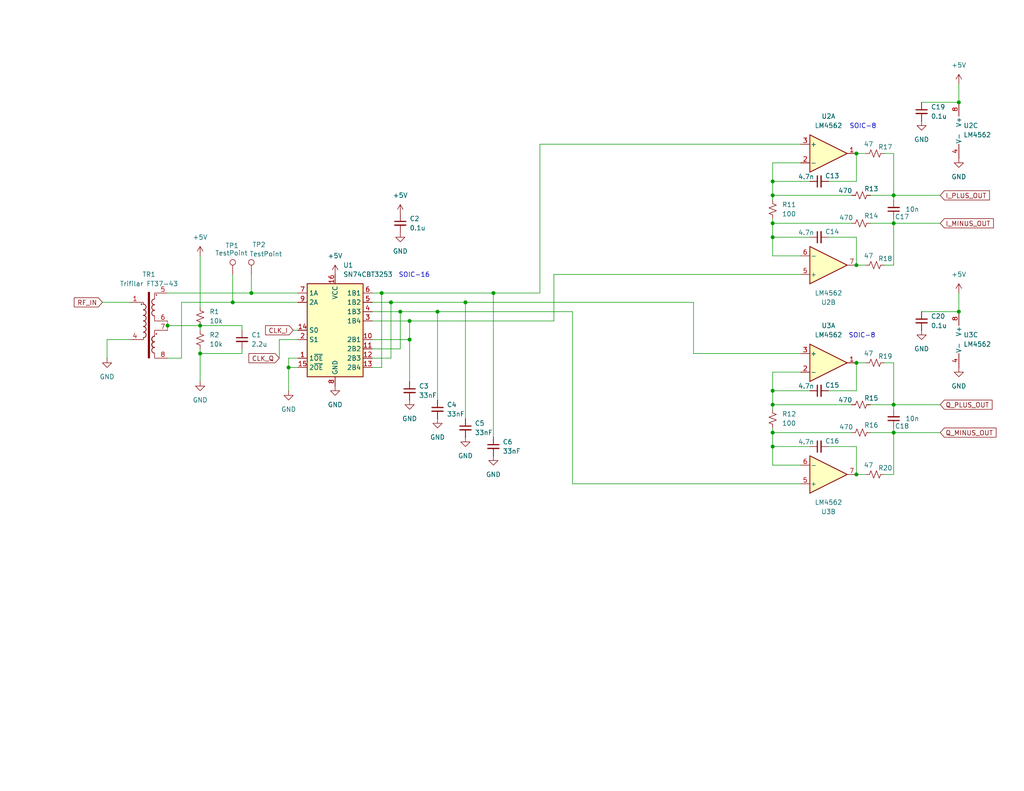
<source format=kicad_sch>
(kicad_sch (version 20231120) (generator "eeschema") (generator_version "8.0")
  (paper "USLetter")
  (title_block (title "Quadrature TX/RX Board") (date "2025-02-16") (rev "1") (company "Bruce MacKinnon KC1FSZ") (comment 1 "Copyright (C) Bruce MacKinnon, 2025") (comment 2 "NOT FOR COMMERCIAL USE"))
  (lib_symbols
    (symbol "Amplifier_Operational:LM4562" (pin_names (offset 0.127))
      (property "Reference" "U" (at 0 5.08 0))
      (property "Value" "LM4562" (at 0 -5.08 0))
      (symbol "LM4562_1_1"
        (polyline (pts (xy -5.08 5.08) (xy 5.08 0) (xy -5.08 -5.08) (xy -5.08 5.08)) (stroke (width 0.254)) (fill (type background)))
        (pin output line (at 7.62 0 180) (length 2.54) (name "~") (number "1"))
        (pin input line (at -7.62 -2.54 0) (length 2.54) (name "-") (number "2"))
        (pin input line (at -7.62 2.54 0) (length 2.54) (name "+") (number "3"))
      )
      (symbol "LM4562_2_1"
        (polyline (pts (xy -5.08 5.08) (xy 5.08 0) (xy -5.08 -5.08) (xy -5.08 5.08)) (stroke (width 0.254)) (fill (type background)))
        (pin input line (at -7.62 2.54 0) (length 2.54) (name "+") (number "5"))
        (pin input line (at -7.62 -2.54 0) (length 2.54) (name "-") (number "6"))
        (pin output line (at 7.62 0 180) (length 2.54) (name "~") (number "7"))
      )
      (symbol "LM4562_3_1"
        (pin power_in line (at -2.54 -7.62 90) (length 3.81) (name "V-") (number "4"))
        (pin power_in line (at -2.54 7.62 270) (length 3.81) (name "V+") (number "8"))
      )
    )
    (symbol "Analog_Switch:SN74CBT3253"
      (property "Reference" "U" (at -7.62 13.97 0))
      (property "Value" "SN74CBT3253" (at -11.43 -13.97 0))
      (symbol "SN74CBT3253_0_1"
        (rectangle (start -7.62 12.7) (end 7.62 -12.7) (stroke (width 0.254)) (fill (type background)))
        (rectangle (start 7.62 -12.7) (end 7.62 -12.7))
      )
      (symbol "SN74CBT3253_1_1"
        (pin input line (at -10.16 -7.62 0) (length 2.54) (name "1~{OE}") (number "1"))
        (pin bidirectional line (at 10.16 -2.54 180) (length 2.54) (name "2B1") (number "10"))
        (pin bidirectional line (at 10.16 -5.08 180) (length 2.54) (name "2B2") (number "11"))
        (pin bidirectional line (at 10.16 -7.62 180) (length 2.54) (name "2B3") (number "12"))
        (pin bidirectional line (at 10.16 -10.16 180) (length 2.54) (name "2B4") (number "13"))
        (pin input line (at -10.16 0 0) (length 2.54) (name "S0") (number "14"))
        (pin input line (at -10.16 -10.16 0) (length 2.54) (name "2~{OE}") (number "15"))
        (pin power_in line (at 0 15.24 270) (length 2.54) (name "VCC") (number "16"))
        (pin input line (at -10.16 -2.54 0) (length 2.54) (name "S1") (number "2"))
        (pin bidirectional line (at 10.16 2.54 180) (length 2.54) (name "1B4") (number "3"))
        (pin bidirectional line (at 10.16 5.08 180) (length 2.54) (name "1B3") (number "4"))
        (pin bidirectional line (at 10.16 7.62 180) (length 2.54) (name "1B2") (number "5"))
        (pin bidirectional line (at 10.16 10.16 180) (length 2.54) (name "1B1") (number "6"))
        (pin bidirectional line (at -10.16 10.16 0) (length 2.54) (name "1A") (number "7"))
        (pin power_in line (at 0 -15.24 90) (length 2.54) (name "GND") (number "8"))
        (pin bidirectional line (at -10.16 7.62 0) (length 2.54) (name "2A") (number "9"))
      )
    )
    (symbol "Connector:TestPoint" (pin_numbers hide) (pin_names (offset 0.762) hide)
      (property "Reference" "TP" (at 0 6.858 0))
      (property "Value" "TestPoint" (at 0 5.08 0))
      (symbol "TestPoint_0_1"
        (circle (center 0 3.302) (radius 0.762))
      )
      (symbol "TestPoint_1_1"
        (pin passive line (at 0 0 90) (length 2.54) (name "1") (number "1"))
      )
    )
    (symbol "Device:C_Small" (pin_numbers hide) (pin_names (offset 0.254) hide)
      (property "Reference" "C" (at 0.254 1.778 0))
      (property "Value" "C_Small" (at 0.254 -2.032 0))
      (symbol "C_Small_0_1"
        (polyline (pts (xy -1.524 -0.508) (xy 1.524 -0.508)) (stroke (width 0.3302)))
        (polyline (pts (xy -1.524 0.508) (xy 1.524 0.508)) (stroke (width 0.3048)))
      )
      (symbol "C_Small_1_1"
        (pin passive line (at 0 2.54 270) (length 2.032) (name "~") (number "1"))
        (pin passive line (at 0 -2.54 90) (length 2.032) (name "~") (number "2"))
      )
    )
    (symbol "Device:R_Small_US" (pin_numbers hide) (pin_names (offset 0.254) hide)
      (property "Reference" "R" (at 0.762 0.508 0))
      (property "Value" "R_Small_US" (at 0.762 -1.016 0))
      (symbol "R_Small_US_1_1"
        (polyline (pts (xy 0 0) (xy 1.016 -0.381) (xy 0 -0.762) (xy -1.016 -1.143) (xy 0 -1.524)))
        (polyline (pts (xy 0 1.524) (xy 1.016 1.143) (xy 0 0.762) (xy -1.016 0.381) (xy 0 0)))
        (pin passive line (at 0 2.54 270) (length 1.016) (name "~") (number "1"))
        (pin passive line (at 0 -2.54 90) (length 1.016) (name "~") (number "2"))
      )
    )
    (symbol "Transformer:TEZ0.5-D-2" (pin_names (offset 0.0254))
      (property "Reference" "TR" (at 0 8.89 0))
      (property "Value" "TEZ0.5-D-2" (at 0 -11.43 0))
      (symbol "TEZ0.5-D-2_0_1"
        (circle (center -2.032 4.572) (radius 0.127))
        (arc (start -1.524 -4.572) (mid -0.7653 -3.81) (end -1.524 -3.048) (stroke (width 0.2032)))
        (arc (start -1.524 -3.048) (mid -0.7653 -2.286) (end -1.524 -1.524) (stroke (width 0.2032)))
        (arc (start -1.524 -1.524) (mid -0.7653 -0.762) (end -1.524 0) (stroke (width 0.2032)))
        (arc (start -1.524 0) (mid -0.7653 0.762) (end -1.524 1.524) (stroke (width 0.2032)))
        (arc (start -1.524 1.524) (mid -0.7653 2.286) (end -1.524 3.048) (stroke (width 0.2032)))
        (arc (start -1.524 3.048) (mid -0.7653 3.81) (end -1.524 4.572) (stroke (width 0.2032)))
        (rectangle (start -0.254 7.874) (end 0.254 -10.16) (stroke (width 0.0254)) (fill (type outline)))
        (polyline (pts (xy -1.524 -4.572) (xy -1.524 -5.08) (xy -2.54 -5.08)))
        (polyline (pts (xy -1.524 4.572) (xy -1.524 5.08) (xy -2.54 5.08)))
        (polyline (pts (xy 1.524 -8.89) (xy 1.524 -10.16) (xy 2.54 -10.16)))
        (polyline (pts (xy 2.54 -2.54) (xy 1.524 -2.54) (xy 1.524 -4.064)))
        (polyline (pts (xy 2.54 0) (xy 1.524 0) (xy 1.524 1.27)))
        (polyline (pts (xy 2.54 7.62) (xy 1.524 7.62) (xy 1.524 6.096)))
        (arc (start 1.524 -7.239) (mid 0.7653 -8.001) (end 1.524 -8.763) (stroke (width 0.2032)))
        (arc (start 1.524 -5.715) (mid 0.7653 -6.477) (end 1.524 -7.239) (stroke (width 0.2032)))
        (arc (start 1.524 -5.715) (mid 0.7653 -6.477) (end 1.524 -7.239) (stroke (width 0.2032)))
        (arc (start 1.524 -4.191) (mid 0.7653 -4.953) (end 1.524 -5.715) (stroke (width 0.2032)))
        (arc (start 1.524 -4.191) (mid 0.7653 -4.953) (end 1.524 -5.715) (stroke (width 0.2032)))
        (arc (start 1.524 2.921) (mid 0.7653 2.159) (end 1.524 1.397) (stroke (width 0.2032)))
        (arc (start 1.524 4.445) (mid 0.7653 3.683) (end 1.524 2.921) (stroke (width 0.2032)))
        (arc (start 1.524 5.969) (mid 0.7653 5.207) (end 1.524 4.445) (stroke (width 0.2032)))
        (circle (center 2.032 -3.556) (radius 0.127))
        (circle (center 2.032 7.112) (radius 0.127))
      )
      (symbol "TEZ0.5-D-2_1_1"
        (pin passive line (at -5.08 5.08 0) (length 2.54) (name "~") (number "1"))
        (pin passive line (at -5.08 -5.08 0) (length 2.54) (name "~") (number "4"))
        (pin passive line (at 5.08 7.62 180) (length 2.54) (name "~") (number "5"))
        (pin passive line (at 5.08 0 180) (length 2.54) (name "~") (number "6"))
        (pin passive line (at 5.08 -2.54 180) (length 2.54) (name "~") (number "7"))
        (pin passive line (at 5.08 -10.16 180) (length 2.54) (name "~") (number "8"))
      )
    )
    (symbol "power:+5V" (power) (pin_numbers hide) (pin_names (offset 0) hide)
      (property "Value" "+5V" (at 0 3.556 0))
      (symbol "+5V_0_1"
        (polyline (pts (xy -0.762 1.27) (xy 0 2.54)))
        (polyline (pts (xy 0 0) (xy 0 2.54)))
        (polyline (pts (xy 0 2.54) (xy 0.762 1.27)))
      )
      (symbol "+5V_1_1"
        (pin power_in line (at 0 0 90) (length 0) (name "~") (number "1"))
      )
    )
    (symbol "power:GND" (power) (pin_numbers hide) (pin_names (offset 0) hide)
      (property "Value" "GND" (at 0 -3.81 0))
      (symbol "GND_0_1"
        (polyline (pts (xy 0 0) (xy 0 -1.27) (xy 1.27 -1.27) (xy 0 -2.54) (xy -1.27 -1.27) (xy 0 -1.27)))
      )
      (symbol "GND_1_1"
        (pin power_in line (at 0 0 270) (length 0) (name "~") (number "1"))
      )
    )
  )
  (junction (at 63.5 82.55))
  (junction (at 119.38 85.09))
  (junction (at 261.62 27.94))
  (junction (at 210.82 110.49))
  (junction (at 134.62 80.01))
  (junction (at 243.84 118.11))
  (junction (at 54.61 88.9))
  (junction (at 45.72 88.9))
  (junction (at 261.62 85.09))
  (junction (at 111.76 92.71))
  (junction (at 210.82 106.68))
  (junction (at 233.68 72.39))
  (junction (at 111.76 87.63))
  (junction (at 210.82 60.96))
  (junction (at 68.58 80.01))
  (junction (at 233.68 99.06))
  (junction (at 54.61 96.52))
  (junction (at 78.74 100.33))
  (junction (at 233.68 129.54))
  (junction (at 243.84 53.34))
  (junction (at 243.84 110.49))
  (junction (at 210.82 121.92))
  (junction (at 233.68 41.91))
  (junction (at 109.22 85.09))
  (junction (at 210.82 64.77))
  (junction (at 106.68 82.55))
  (junction (at 104.14 80.01))
  (junction (at 210.82 53.34))
  (junction (at 127 82.55))
  (junction (at 210.82 49.53))
  (junction (at 210.82 118.11))
  (junction (at 243.84 60.96))
  (wire (pts (xy 66.04 90.17) (xy 66.04 88.9)))
  (wire (pts (xy 251.46 27.94) (xy 261.62 27.94)))
  (wire (pts (xy 241.3 129.54) (xy 243.84 129.54)))
  (wire (pts (xy 66.04 95.25) (xy 66.04 96.52)))
  (wire (pts (xy 68.58 74.93) (xy 68.58 80.01)))
  (wire (pts (xy 226.06 106.68) (xy 233.68 106.68)))
  (wire (pts (xy 210.82 60.96) (xy 210.82 64.77)))
  (wire (pts (xy 210.82 49.53) (xy 210.82 53.34)))
  (wire (pts (xy 127 82.55) (xy 127 114.3)))
  (wire (pts (xy 210.82 59.69) (xy 210.82 60.96)))
  (wire (pts (xy 80.01 90.17) (xy 81.28 90.17)))
  (wire (pts (xy 251.46 85.09) (xy 261.62 85.09)))
  (wire (pts (xy 119.38 85.09) (xy 156.21 85.09)))
  (wire (pts (xy 210.82 54.61) (xy 210.82 53.34)))
  (wire (pts (xy 210.82 118.11) (xy 210.82 121.92)))
  (wire (pts (xy 109.22 85.09) (xy 119.38 85.09)))
  (wire (pts (xy 147.32 80.01) (xy 147.32 39.37)))
  (wire (pts (xy 243.84 118.11) (xy 243.84 116.84)))
  (wire (pts (xy 134.62 80.01) (xy 134.62 119.38)))
  (wire (pts (xy 210.82 64.77) (xy 220.98 64.77)))
  (wire (pts (xy 210.82 53.34) (xy 232.41 53.34)))
  (wire (pts (xy 261.62 80.01) (xy 261.62 85.09)))
  (wire (pts (xy 226.06 121.92) (xy 233.68 121.92)))
  (wire (pts (xy 54.61 69.85) (xy 54.61 83.82)))
  (wire (pts (xy 49.53 82.55) (xy 49.53 97.79)))
  (wire (pts (xy 237.49 53.34) (xy 243.84 53.34)))
  (wire (pts (xy 109.22 95.25) (xy 109.22 85.09)))
  (wire (pts (xy 243.84 72.39) (xy 243.84 60.96)))
  (wire (pts (xy 45.72 88.9) (xy 45.72 90.17)))
  (wire (pts (xy 101.6 82.55) (xy 106.68 82.55)))
  (wire (pts (xy 243.84 99.06) (xy 243.84 110.49)))
  (wire (pts (xy 101.6 80.01) (xy 104.14 80.01)))
  (wire (pts (xy 210.82 106.68) (xy 220.98 106.68)))
  (wire (pts (xy 111.76 92.71) (xy 111.76 87.63)))
  (wire (pts (xy 49.53 82.55) (xy 63.5 82.55)))
  (wire (pts (xy 54.61 88.9) (xy 54.61 90.17)))
  (wire (pts (xy 233.68 99.06) (xy 233.68 106.68)))
  (wire (pts (xy 233.68 121.92) (xy 233.68 129.54)))
  (wire (pts (xy 101.6 97.79) (xy 106.68 97.79)))
  (wire (pts (xy 243.84 53.34) (xy 243.84 54.61)))
  (wire (pts (xy 210.82 110.49) (xy 232.41 110.49)))
  (wire (pts (xy 210.82 106.68) (xy 210.82 110.49)))
  (wire (pts (xy 237.49 110.49) (xy 243.84 110.49)))
  (wire (pts (xy 101.6 100.33) (xy 104.14 100.33)))
  (wire (pts (xy 243.84 118.11) (xy 256.54 118.11)))
  (wire (pts (xy 210.82 101.6) (xy 210.82 106.68)))
  (wire (pts (xy 78.74 100.33) (xy 78.74 106.68)))
  (wire (pts (xy 134.62 80.01) (xy 147.32 80.01)))
  (wire (pts (xy 151.13 74.93) (xy 218.44 74.93)))
  (wire (pts (xy 243.84 60.96) (xy 243.84 59.69)))
  (wire (pts (xy 147.32 39.37) (xy 218.44 39.37)))
  (wire (pts (xy 233.68 129.54) (xy 236.22 129.54)))
  (wire (pts (xy 45.72 80.01) (xy 68.58 80.01)))
  (wire (pts (xy 29.21 92.71) (xy 35.56 92.71)))
  (wire (pts (xy 29.21 97.79) (xy 29.21 92.71)))
  (wire (pts (xy 243.84 110.49) (xy 243.84 111.76)))
  (wire (pts (xy 45.72 88.9) (xy 54.61 88.9)))
  (wire (pts (xy 210.82 44.45) (xy 218.44 44.45)))
  (wire (pts (xy 106.68 82.55) (xy 127 82.55)))
  (wire (pts (xy 210.82 64.77) (xy 210.82 69.85)))
  (wire (pts (xy 49.53 97.79) (xy 45.72 97.79)))
  (wire (pts (xy 189.23 96.52) (xy 189.23 82.55)))
  (wire (pts (xy 241.3 72.39) (xy 243.84 72.39)))
  (wire (pts (xy 54.61 95.25) (xy 54.61 96.52)))
  (wire (pts (xy 156.21 132.08) (xy 218.44 132.08)))
  (wire (pts (xy 189.23 96.52) (xy 218.44 96.52)))
  (wire (pts (xy 210.82 101.6) (xy 218.44 101.6)))
  (wire (pts (xy 243.84 41.91) (xy 243.84 53.34)))
  (wire (pts (xy 101.6 85.09) (xy 109.22 85.09)))
  (wire (pts (xy 101.6 92.71) (xy 111.76 92.71)))
  (wire (pts (xy 233.68 72.39) (xy 236.22 72.39)))
  (wire (pts (xy 76.2 92.71) (xy 81.28 92.71)))
  (wire (pts (xy 233.68 41.91) (xy 236.22 41.91)))
  (wire (pts (xy 237.49 118.11) (xy 243.84 118.11)))
  (wire (pts (xy 210.82 118.11) (xy 232.41 118.11)))
  (wire (pts (xy 78.74 100.33) (xy 81.28 100.33)))
  (wire (pts (xy 210.82 121.92) (xy 220.98 121.92)))
  (wire (pts (xy 106.68 97.79) (xy 106.68 82.55)))
  (wire (pts (xy 226.06 49.53) (xy 233.68 49.53)))
  (wire (pts (xy 243.84 129.54) (xy 243.84 118.11)))
  (wire (pts (xy 63.5 82.55) (xy 81.28 82.55)))
  (wire (pts (xy 210.82 60.96) (xy 232.41 60.96)))
  (wire (pts (xy 261.62 22.86) (xy 261.62 27.94)))
  (wire (pts (xy 104.14 80.01) (xy 134.62 80.01)))
  (wire (pts (xy 233.68 41.91) (xy 233.68 49.53)))
  (wire (pts (xy 78.74 97.79) (xy 78.74 100.33)))
  (wire (pts (xy 68.58 80.01) (xy 81.28 80.01)))
  (wire (pts (xy 119.38 85.09) (xy 119.38 109.22)))
  (wire (pts (xy 111.76 92.71) (xy 111.76 104.14)))
  (wire (pts (xy 210.82 127) (xy 218.44 127)))
  (wire (pts (xy 101.6 95.25) (xy 109.22 95.25)))
  (wire (pts (xy 156.21 132.08) (xy 156.21 85.09)))
  (wire (pts (xy 241.3 41.91) (xy 243.84 41.91)))
  (wire (pts (xy 27.94 82.55) (xy 35.56 82.55)))
  (wire (pts (xy 210.82 116.84) (xy 210.82 118.11)))
  (wire (pts (xy 101.6 87.63) (xy 111.76 87.63)))
  (wire (pts (xy 45.72 87.63) (xy 45.72 88.9)))
  (wire (pts (xy 127 82.55) (xy 189.23 82.55)))
  (wire (pts (xy 237.49 60.96) (xy 243.84 60.96)))
  (wire (pts (xy 54.61 96.52) (xy 54.61 104.14)))
  (wire (pts (xy 111.76 87.63) (xy 151.13 87.63)))
  (wire (pts (xy 243.84 110.49) (xy 256.54 110.49)))
  (wire (pts (xy 76.2 97.79) (xy 76.2 92.71)))
  (wire (pts (xy 151.13 74.93) (xy 151.13 87.63)))
  (wire (pts (xy 233.68 64.77) (xy 233.68 72.39)))
  (wire (pts (xy 66.04 88.9) (xy 54.61 88.9)))
  (wire (pts (xy 54.61 96.52) (xy 66.04 96.52)))
  (wire (pts (xy 243.84 53.34) (xy 256.54 53.34)))
  (wire (pts (xy 104.14 100.33) (xy 104.14 80.01)))
  (wire (pts (xy 243.84 60.96) (xy 256.54 60.96)))
  (wire (pts (xy 210.82 121.92) (xy 210.82 127)))
  (wire (pts (xy 63.5 74.93) (xy 63.5 82.55)))
  (wire (pts (xy 210.82 44.45) (xy 210.82 49.53)))
  (wire (pts (xy 210.82 111.76) (xy 210.82 110.49)))
  (wire (pts (xy 241.3 99.06) (xy 243.84 99.06)))
  (wire (pts (xy 81.28 97.79) (xy 78.74 97.79)))
  (wire (pts (xy 210.82 49.53) (xy 220.98 49.53)))
  (wire (pts (xy 210.82 69.85) (xy 218.44 69.85)))
  (wire (pts (xy 233.68 99.06) (xy 236.22 99.06)))
  (wire (pts (xy 226.06 64.77) (xy 233.68 64.77)))
  (text "SOIC-8" (at 235.204 91.694 0) (effects (font (size 1.27 1.27))))
  (text "SOIC-8" (at 235.458 34.544 0) (effects (font (size 1.27 1.27))))
  (text "SOIC-16" (at 113.03 75.184 0) (effects (font (size 1.27 1.27))))
  (global_label "Q_PLUS_OUT" (shape input) (at 256.54 110.49 0) (property "Intersheetrefs" "${INTERSHEET_REFS}" (effects (hide yes))))
  (global_label "CLK_I" (shape input) (at 80.01 90.17 180) (property "Intersheetrefs" "${INTERSHEET_REFS}" (effects (hide yes))))
  (global_label "Q_MINUS_OUT" (shape input) (at 256.54 118.11 0) (property "Intersheetrefs" "${INTERSHEET_REFS}" (effects (hide yes))))
  (global_label "RF_IN" (shape input) (at 27.94 82.55 180) (property "Intersheetrefs" "${INTERSHEET_REFS}" (effects (hide yes))))
  (global_label "I_PLUS_OUT" (shape input) (at 256.54 53.34 0) (property "Intersheetrefs" "${INTERSHEET_REFS}" (effects (hide yes))))
  (global_label "I_MINUS_OUT" (shape input) (at 256.54 60.96 0) (property "Intersheetrefs" "${INTERSHEET_REFS}" (effects (hide yes))))
  (global_label "CLK_Q" (shape input) (at 76.2 97.79 180) (property "Intersheetrefs" "${INTERSHEET_REFS}" (effects (hide yes))))
  (symbol (lib_id "Device:R_Small_US") (at 234.95 118.11 90) (unit 1)
    (property "Reference" "R16" (at 237.744 116.078 90))
    (property "Value" "470" (at 230.886 116.586 90))
    (property "Footprint" "Resistor_SMD:R_0805_2012Metric_Pad1.20x1.40mm_HandSolder" (effects (hide yes)))
    (property "Description" "Resistor, small US symbol" (effects (hide yes)))
  )
  (symbol (lib_id "power:GND") (at 91.44 105.41 0) (unit 1)
    (property "Reference" "#PWR010" (effects (hide yes)))
    (property "Value" "GND" (at 91.44 110.49 0))
    (property "Description" "Power symbol creates a global label with name \"GND\" , ground" (effects (hide yes)))
  )
  (symbol (lib_id "power:GND") (at 134.62 124.46 0) (unit 1)
    (property "Reference" "#PWR016" (effects (hide yes)))
    (property "Value" "GND" (at 134.62 129.54 0))
    (property "Description" "Power symbol creates a global label with name \"GND\" , ground" (effects (hide yes)))
  )
  (symbol (lib_id "power:GND") (at 127 119.38 0) (unit 1)
    (property "Reference" "#PWR015" (effects (hide yes)))
    (property "Value" "GND" (at 127 124.46 0))
    (property "Description" "Power symbol creates a global label with name \"GND\" , ground" (effects (hide yes)))
  )
  (symbol (lib_id "Device:R_Small_US") (at 234.95 60.96 90) (unit 1)
    (property "Reference" "R14" (at 237.744 58.928 90))
    (property "Value" "470" (at 230.886 59.436 90))
    (property "Footprint" "Resistor_SMD:R_0805_2012Metric_Pad1.20x1.40mm_HandSolder" (effects (hide yes)))
    (property "Description" "Resistor, small US symbol" (effects (hide yes)))
  )
  (symbol (lib_id "power:GND") (at 54.61 104.14 0) (unit 1)
    (property "Reference" "#PWR04" (effects (hide yes)))
    (property "Value" "GND" (at 54.61 109.22 0))
    (property "Description" "Power symbol creates a global label with name \"GND\" , ground" (effects (hide yes)))
  )
  (symbol (lib_id "power:GND") (at 261.62 100.33 0) (unit 1)
    (property "Reference" "#PWR025" (effects (hide yes)))
    (property "Value" "GND" (at 261.62 105.41 0))
    (property "Description" "Power symbol creates a global label with name \"GND\" , ground" (effects (hide yes)))
  )
  (symbol (lib_id "Device:C_Small") (at 243.84 57.15 180) (unit 1)
    (property "Reference" "C17" (at 246.126 59.182 0))
    (property "Value" "10n" (at 248.92 57.15 0))
    (property "Footprint" "Capacitor_SMD:C_0805_2012Metric_Pad1.18x1.45mm_HandSolder" (effects (hide yes)))
    (property "Description" "Unpolarized capacitor, small symbol" (effects (hide yes)))
  )
  (symbol (lib_id "Amplifier_Operational:LM4562") (at 226.06 41.91 0) (unit 1)
    (property "Reference" "U2" (at 226.06 31.75 0))
    (property "Value" "LM4562" (at 226.06 34.29 0))
    (property "Footprint" "Package_SO:SOIC-8_3.9x4.9mm_P1.27mm" (effects (hide yes)))
    (property "Datasheet" "http://www.ti.com/lit/ds/symlink/lm4562.pdf" (effects (hide yes)))
    (property "Description" "Dual High-Performance, High-Fidelity Audio Operational Amplifier, DIP-8/SOIC-8/TO-99-8" (effects (hide yes)))
  )
  (symbol (lib_id "power:+5V") (at 109.22 58.42 0) (unit 1)
    (property "Reference" "#PWR06" (effects (hide yes)))
    (property "Value" "+5V" (at 109.22 53.34 0))
    (property "Description" "Power symbol creates a global label with name \"+5V\"" (effects (hide yes)))
  )
  (symbol (lib_id "Device:R_Small_US") (at 210.82 114.3 0) (unit 1)
    (property "Reference" "R12" (at 213.36 113.0299 0) (effects (justify left)))
    (property "Value" "100" (at 213.36 115.5699 0) (effects (justify left)))
    (property "Footprint" "Resistor_SMD:R_0805_2012Metric_Pad1.20x1.40mm_HandSolder" (effects (hide yes)))
    (property "Description" "Resistor, small US symbol" (effects (hide yes)))
  )
  (symbol (lib_id "Device:C_Small") (at 223.52 64.77 90) (unit 1)
    (property "Reference" "C14" (at 227.076 63.246 90))
    (property "Value" "4.7n" (at 219.964 63.5 90))
    (property "Footprint" "Capacitor_SMD:C_0805_2012Metric_Pad1.18x1.45mm_HandSolder" (effects (hide yes)))
    (property "Description" "Unpolarized capacitor, small symbol" (effects (hide yes)))
  )
  (symbol (lib_id "Device:C_Small") (at 66.04 92.71 0) (unit 1)
    (property "Reference" "C1" (at 68.58 91.4462 0) (effects (justify left)))
    (property "Value" "2.2u" (at 68.58 93.9862 0) (effects (justify left)))
    (property "Footprint" "Capacitor_SMD:C_0805_2012Metric_Pad1.18x1.45mm_HandSolder" (effects (hide yes)))
    (property "Description" "Unpolarized capacitor, small symbol" (effects (hide yes)))
  )
  (symbol (lib_id "Device:C_Small") (at 134.62 121.92 0) (unit 1)
    (property "Reference" "C6" (at 137.16 120.6562 0) (effects (justify left)))
    (property "Value" "33nF" (at 137.16 123.1962 0) (effects (justify left)))
    (property "Footprint" "Capacitor_SMD:C_0805_2012Metric_Pad1.18x1.45mm_HandSolder" (effects (hide yes)))
    (property "Description" "Unpolarized capacitor, small symbol" (effects (hide yes)))
  )
  (symbol (lib_id "Device:C_Small") (at 119.38 111.76 0) (unit 1)
    (property "Reference" "C4" (at 121.92 110.4962 0) (effects (justify left)))
    (property "Value" "33nF" (at 121.92 113.0362 0) (effects (justify left)))
    (property "Footprint" "Capacitor_SMD:C_0805_2012Metric_Pad1.18x1.45mm_HandSolder" (effects (hide yes)))
    (property "Description" "Unpolarized capacitor, small symbol" (effects (hide yes)))
  )
  (symbol (lib_id "power:+5V") (at 54.61 69.85 0) (unit 1)
    (property "Reference" "#PWR03" (effects (hide yes)))
    (property "Value" "+5V" (at 54.61 64.77 0))
    (property "Description" "Power symbol creates a global label with name \"+5V\"" (effects (hide yes)))
  )
  (symbol (lib_id "power:GND") (at 119.38 114.3 0) (unit 1)
    (property "Reference" "#PWR014" (effects (hide yes)))
    (property "Value" "GND" (at 119.38 119.38 0))
    (property "Description" "Power symbol creates a global label with name \"GND\" , ground" (effects (hide yes)))
  )
  (symbol (lib_id "power:GND") (at 251.46 33.02 0) (unit 1)
    (property "Reference" "#PWR020" (effects (hide yes)))
    (property "Value" "GND" (at 251.46 38.1 0))
    (property "Description" "Power symbol creates a global label with name \"GND\" , ground" (effects (hide yes)))
  )
  (symbol (lib_id "Device:C_Small") (at 243.84 114.3 180) (unit 1)
    (property "Reference" "C18" (at 246.126 116.332 0))
    (property "Value" "10n" (at 248.92 114.3 0))
    (property "Footprint" "Capacitor_SMD:C_0805_2012Metric_Pad1.18x1.45mm_HandSolder" (effects (hide yes)))
    (property "Description" "Unpolarized capacitor, small symbol" (effects (hide yes)))
  )
  (symbol (lib_id "power:GND") (at 29.21 97.79 0) (unit 1)
    (property "Reference" "#PWR02" (effects (hide yes)))
    (property "Value" "GND" (at 29.21 102.87 0))
    (property "Description" "Power symbol creates a global label with name \"GND\" , ground" (effects (hide yes)))
  )
  (symbol (lib_id "Device:R_Small_US") (at 234.95 53.34 90) (unit 1)
    (property "Reference" "R13" (at 237.744 51.562 90))
    (property "Value" "470" (at 230.632 52.07 90))
    (property "Footprint" "Resistor_SMD:R_0805_2012Metric_Pad1.20x1.40mm_HandSolder" (effects (hide yes)))
    (property "Description" "Resistor, small US symbol" (effects (hide yes)))
  )
  (symbol (lib_id "Device:C_Small") (at 127 116.84 0) (unit 1)
    (property "Reference" "C5" (at 129.54 115.5762 0) (effects (justify left)))
    (property "Value" "33nF" (at 129.54 118.1162 0) (effects (justify left)))
    (property "Footprint" "Capacitor_SMD:C_0805_2012Metric_Pad1.18x1.45mm_HandSolder" (effects (hide yes)))
    (property "Description" "Unpolarized capacitor, small symbol" (effects (hide yes)))
  )
  (symbol (lib_id "Amplifier_Operational:LM4562") (at 264.16 92.71 0) (unit 3)
    (property "Reference" "U3" (at 262.89 91.4399 0) (effects (justify left)))
    (property "Value" "LM4562" (at 262.89 93.9799 0) (effects (justify left)))
    (property "Footprint" "Package_SO:SOIC-8_3.9x4.9mm_P1.27mm" (effects (hide yes)))
    (property "Datasheet" "http://www.ti.com/lit/ds/symlink/lm4562.pdf" (effects (hide yes)))
    (property "Description" "Dual High-Performance, High-Fidelity Audio Operational Amplifier, DIP-8/SOIC-8/TO-99-8" (effects (hide yes)))
  )
  (symbol (lib_id "power:GND") (at 78.74 106.68 0) (unit 1)
    (property "Reference" "#PWR05" (effects (hide yes)))
    (property "Value" "GND" (at 78.74 111.76 0))
    (property "Description" "Power symbol creates a global label with name \"GND\" , ground" (effects (hide yes)))
  )
  (symbol (lib_id "power:GND") (at 111.76 109.22 0) (unit 1)
    (property "Reference" "#PWR013" (effects (hide yes)))
    (property "Value" "GND" (at 111.76 114.3 0))
    (property "Description" "Power symbol creates a global label with name \"GND\" , ground" (effects (hide yes)))
  )
  (symbol (lib_id "Device:R_Small_US") (at 238.76 41.91 90) (unit 1)
    (property "Reference" "R17" (at 241.554 40.132 90))
    (property "Value" "47" (at 236.982 39.37 90))
    (property "Footprint" "Resistor_SMD:R_0805_2012Metric_Pad1.20x1.40mm_HandSolder" (effects (hide yes)))
    (property "Description" "Resistor, small US symbol" (effects (hide yes)))
  )
  (symbol (lib_id "Device:C_Small") (at 251.46 30.48 0) (unit 1)
    (property "Reference" "C19" (at 254 29.2162 0) (effects (justify left)))
    (property "Value" "0.1u" (at 254 31.7562 0) (effects (justify left)))
    (property "Footprint" "Capacitor_SMD:C_0805_2012Metric_Pad1.18x1.45mm_HandSolder" (effects (hide yes)))
    (property "Description" "Unpolarized capacitor, small symbol" (effects (hide yes)))
  )
  (symbol (lib_id "Device:R_Small_US") (at 54.61 92.71 0) (unit 1)
    (property "Reference" "R2" (at 57.15 91.4399 0) (effects (justify left)))
    (property "Value" "10k" (at 57.15 93.9799 0) (effects (justify left)))
    (property "Footprint" "Resistor_SMD:R_0805_2012Metric_Pad1.20x1.40mm_HandSolder" (effects (hide yes)))
    (property "Description" "Resistor, small US symbol" (effects (hide yes)))
  )
  (symbol (lib_id "Device:C_Small") (at 111.76 106.68 0) (unit 1)
    (property "Reference" "C3" (at 114.3 105.4162 0) (effects (justify left)))
    (property "Value" "33nF" (at 114.3 107.9562 0) (effects (justify left)))
    (property "Footprint" "Capacitor_SMD:C_0805_2012Metric_Pad1.18x1.45mm_HandSolder" (effects (hide yes)))
    (property "Description" "Unpolarized capacitor, small symbol" (effects (hide yes)))
  )
  (symbol (lib_id "power:GND") (at 261.62 43.18 0) (unit 1)
    (property "Reference" "#PWR023" (effects (hide yes)))
    (property "Value" "GND" (at 261.62 48.26 0))
    (property "Description" "Power symbol creates a global label with name \"GND\" , ground" (effects (hide yes)))
  )
  (symbol (lib_id "Amplifier_Operational:LM4562") (at 226.06 99.06 0) (unit 1)
    (property "Reference" "U3" (at 226.06 88.9 0))
    (property "Value" "LM4562" (at 226.06 91.44 0))
    (property "Footprint" "Package_SO:SOIC-8_3.9x4.9mm_P1.27mm" (effects (hide yes)))
    (property "Datasheet" "http://www.ti.com/lit/ds/symlink/lm4562.pdf" (effects (hide yes)))
    (property "Description" "Dual High-Performance, High-Fidelity Audio Operational Amplifier, DIP-8/SOIC-8/TO-99-8" (effects (hide yes)))
  )
  (symbol (lib_id "Device:R_Small_US") (at 238.76 99.06 90) (unit 1)
    (property "Reference" "R19" (at 241.554 97.282 90))
    (property "Value" "47" (at 236.982 96.52 90))
    (property "Footprint" "Resistor_SMD:R_0805_2012Metric_Pad1.20x1.40mm_HandSolder" (effects (hide yes)))
    (property "Description" "Resistor, small US symbol" (effects (hide yes)))
  )
  (symbol (lib_id "Device:C_Small") (at 109.22 60.96 0) (unit 1)
    (property "Reference" "C2" (at 111.76 59.6962 0) (effects (justify left)))
    (property "Value" "0.1u" (at 111.76 62.2362 0) (effects (justify left)))
    (property "Footprint" "Capacitor_SMD:C_0805_2012Metric_Pad1.18x1.45mm_HandSolder" (effects (hide yes)))
    (property "Description" "Unpolarized capacitor, small symbol" (effects (hide yes)))
  )
  (symbol (lib_id "Connector:TestPoint") (at 68.58 74.93 0) (unit 1)
    (property "Reference" "TP2" (at 68.834 66.802 0) (effects (justify left)))
    (property "Value" "TestPoint" (at 68.072 69.342 0) (effects (justify left)))
    (property "Footprint" "TestPoint:TestPoint_Pad_1.5x1.5mm" (effects (hide yes)))
    (property "Description" "test point" (effects (hide yes)))
  )
  (symbol (lib_id "Device:C_Small") (at 223.52 121.92 90) (unit 1)
    (property "Reference" "C16" (at 227.076 120.396 90))
    (property "Value" "4.7n" (at 219.964 120.65 90))
    (property "Footprint" "Capacitor_SMD:C_0805_2012Metric_Pad1.18x1.45mm_HandSolder" (effects (hide yes)))
    (property "Description" "Unpolarized capacitor, small symbol" (effects (hide yes)))
  )
  (symbol (lib_id "Device:R_Small_US") (at 238.76 72.39 90) (unit 1)
    (property "Reference" "R18" (at 241.554 70.612 90))
    (property "Value" "47" (at 236.982 69.85 90))
    (property "Footprint" "Resistor_SMD:R_0805_2012Metric_Pad1.20x1.40mm_HandSolder" (effects (hide yes)))
    (property "Description" "Resistor, small US symbol" (effects (hide yes)))
  )
  (symbol (lib_id "Device:C_Small") (at 223.52 106.68 90) (unit 1)
    (property "Reference" "C15" (at 227.076 105.156 90))
    (property "Value" "4.7n" (at 219.964 105.41 90))
    (property "Footprint" "Capacitor_SMD:C_0805_2012Metric_Pad1.18x1.45mm_HandSolder" (effects (hide yes)))
    (property "Description" "Unpolarized capacitor, small symbol" (effects (hide yes)))
  )
  (symbol (lib_id "Amplifier_Operational:LM4562") (at 226.06 129.54 0) (mirror x) (unit 2)
    (property "Reference" "U3" (at 226.06 139.7 0))
    (property "Value" "LM4562" (at 226.06 137.16 0))
    (property "Footprint" "Package_SO:SOIC-8_3.9x4.9mm_P1.27mm" (effects (hide yes)))
    (property "Datasheet" "http://www.ti.com/lit/ds/symlink/lm4562.pdf" (effects (hide yes)))
    (property "Description" "Dual High-Performance, High-Fidelity Audio Operational Amplifier, DIP-8/SOIC-8/TO-99-8" (effects (hide yes)))
  )
  (symbol (lib_id "power:+5V") (at 261.62 80.01 0) (unit 1)
    (property "Reference" "#PWR024" (effects (hide yes)))
    (property "Value" "+5V" (at 261.62 74.93 0))
    (property "Description" "Power symbol creates a global label with name \"+5V\"" (effects (hide yes)))
  )
  (symbol (lib_id "power:GND") (at 251.46 90.17 0) (unit 1)
    (property "Reference" "#PWR021" (effects (hide yes)))
    (property "Value" "GND" (at 251.46 95.25 0))
    (property "Description" "Power symbol creates a global label with name \"GND\" , ground" (effects (hide yes)))
  )
  (symbol (lib_id "Device:R_Small_US") (at 210.82 57.15 0) (unit 1)
    (property "Reference" "R11" (at 213.36 55.8799 0) (effects (justify left)))
    (property "Value" "100" (at 213.36 58.4199 0) (effects (justify left)))
    (property "Footprint" "Resistor_SMD:R_0805_2012Metric_Pad1.20x1.40mm_HandSolder" (effects (hide yes)))
    (property "Description" "Resistor, small US symbol" (effects (hide yes)))
  )
  (symbol (lib_id "Device:C_Small") (at 223.52 49.53 90) (unit 1)
    (property "Reference" "C13" (at 227.076 48.006 90))
    (property "Value" "4.7n" (at 219.964 48.26 90))
    (property "Footprint" "Capacitor_SMD:C_0805_2012Metric_Pad1.18x1.45mm_HandSolder" (effects (hide yes)))
    (property "Description" "Unpolarized capacitor, small symbol" (effects (hide yes)))
  )
  (symbol (lib_id "Device:C_Small") (at 251.46 87.63 0) (unit 1)
    (property "Reference" "C20" (at 254 86.3662 0) (effects (justify left)))
    (property "Value" "0.1u" (at 254 88.9062 0) (effects (justify left)))
    (property "Footprint" "Capacitor_SMD:C_0805_2012Metric_Pad1.18x1.45mm_HandSolder" (effects (hide yes)))
    (property "Description" "Unpolarized capacitor, small symbol" (effects (hide yes)))
  )
  (symbol (lib_id "Device:R_Small_US") (at 54.61 86.36 0) (unit 1)
    (property "Reference" "R1" (at 57.15 85.0899 0) (effects (justify left)))
    (property "Value" "10k" (at 57.15 87.6299 0) (effects (justify left)))
    (property "Footprint" "Resistor_SMD:R_0805_2012Metric_Pad1.20x1.40mm_HandSolder" (effects (hide yes)))
    (property "Description" "Resistor, small US symbol" (effects (hide yes)))
  )
  (symbol (lib_id "Device:R_Small_US") (at 234.95 110.49 90) (unit 1)
    (property "Reference" "R15" (at 237.744 108.712 90))
    (property "Value" "470" (at 230.632 109.22 90))
    (property "Footprint" "Resistor_SMD:R_0805_2012Metric_Pad1.20x1.40mm_HandSolder" (effects (hide yes)))
    (property "Description" "Resistor, small US symbol" (effects (hide yes)))
  )
  (symbol (lib_id "Analog_Switch:SN74CBT3253") (at 91.44 90.17 0) (unit 1)
    (property "Reference" "U1" (at 93.6341 72.39 0) (effects (justify left)))
    (property "Value" "SN74CBT3253" (at 93.6341 74.93 0) (effects (justify left)))
    (property "Footprint" "Package_SO:SOIC-16_3.9x9.9mm_P1.27mm" (effects (hide yes)))
    (property "Datasheet" "http://www.ti.com/lit/gpn/sn74cbt3253" (effects (hide yes)))
    (property "Description" "Dual 1 to 4 Analog Multiplexer" (effects (hide yes)))
  )
  (symbol (lib_id "power:GND") (at 109.22 63.5 0) (unit 1)
    (property "Reference" "#PWR07" (effects (hide yes)))
    (property "Value" "GND" (at 109.22 68.58 0))
    (property "Description" "Power symbol creates a global label with name \"GND\" , ground" (effects (hide yes)))
  )
  (symbol (lib_id "Amplifier_Operational:LM4562") (at 226.06 72.39 0) (mirror x) (unit 2)
    (property "Reference" "U2" (at 226.06 82.55 0))
    (property "Value" "LM4562" (at 226.06 80.01 0))
    (property "Footprint" "Package_SO:SOIC-8_3.9x4.9mm_P1.27mm" (effects (hide yes)))
    (property "Datasheet" "http://www.ti.com/lit/ds/symlink/lm4562.pdf" (effects (hide yes)))
    (property "Description" "Dual High-Performance, High-Fidelity Audio Operational Amplifier, DIP-8/SOIC-8/TO-99-8" (effects (hide yes)))
  )
  (symbol (lib_id "Connector:TestPoint") (at 63.5 74.93 0) (unit 1)
    (property "Reference" "TP1" (at 61.468 67.056 0) (effects (justify left)))
    (property "Value" "TestPoint" (at 58.674 69.088 0) (effects (justify left)))
    (property "Footprint" "TestPoint:TestPoint_Pad_1.5x1.5mm" (effects (hide yes)))
    (property "Description" "test point" (effects (hide yes)))
  )
  (symbol (lib_id "Amplifier_Operational:LM4562") (at 264.16 35.56 0) (unit 3)
    (property "Reference" "U2" (at 262.89 34.2899 0) (effects (justify left)))
    (property "Value" "LM4562" (at 262.89 36.8299 0) (effects (justify left)))
    (property "Footprint" "Package_SO:SOIC-8_3.9x4.9mm_P1.27mm" (effects (hide yes)))
    (property "Datasheet" "http://www.ti.com/lit/ds/symlink/lm4562.pdf" (effects (hide yes)))
    (property "Description" "Dual High-Performance, High-Fidelity Audio Operational Amplifier, DIP-8/SOIC-8/TO-99-8" (effects (hide yes)))
  )
  (symbol (lib_id "power:+5V") (at 91.44 74.93 0) (unit 1)
    (property "Reference" "#PWR09" (effects (hide yes)))
    (property "Value" "+5V" (at 91.44 69.85 0))
    (property "Description" "Power symbol creates a global label with name \"+5V\"" (effects (hide yes)))
  )
  (symbol (lib_id "power:+5V") (at 261.62 22.86 0) (unit 1)
    (property "Reference" "#PWR022" (effects (hide yes)))
    (property "Value" "+5V" (at 261.62 17.78 0))
    (property "Description" "Power symbol creates a global label with name \"+5V\"" (effects (hide yes)))
  )
  (symbol (lib_id "Device:R_Small_US") (at 238.76 129.54 90) (unit 1)
    (property "Reference" "R20" (at 241.554 127.762 90))
    (property "Value" "47" (at 236.982 127 90))
    (property "Footprint" "Resistor_SMD:R_0805_2012Metric_Pad1.20x1.40mm_HandSolder" (effects (hide yes)))
    (property "Description" "Resistor, small US symbol" (effects (hide yes)))
  )
  (symbol (lib_id "Transformer:TEZ0.5-D-2") (at 40.64 87.63 0) (unit 1)
    (property "Reference" "TR1" (at 40.64 74.93 0))
    (property "Value" "Trifilar FT37-43" (at 40.64 77.47 0))
    (property "Footprint" "bruce-footprints:FT37-43 Trifilar" (effects (hide yes)))
    (property "Datasheet" "http://www.breve.pl/pdf/ANG/TEZ_ang.pdf" (effects (hide yes)))
    (property "Description" "TEZ0.5/D/x-x, 0.5VA, Dual Secondary, Cast Resin Transformer, PCB" (effects (hide yes)))
  )
)
</source>
